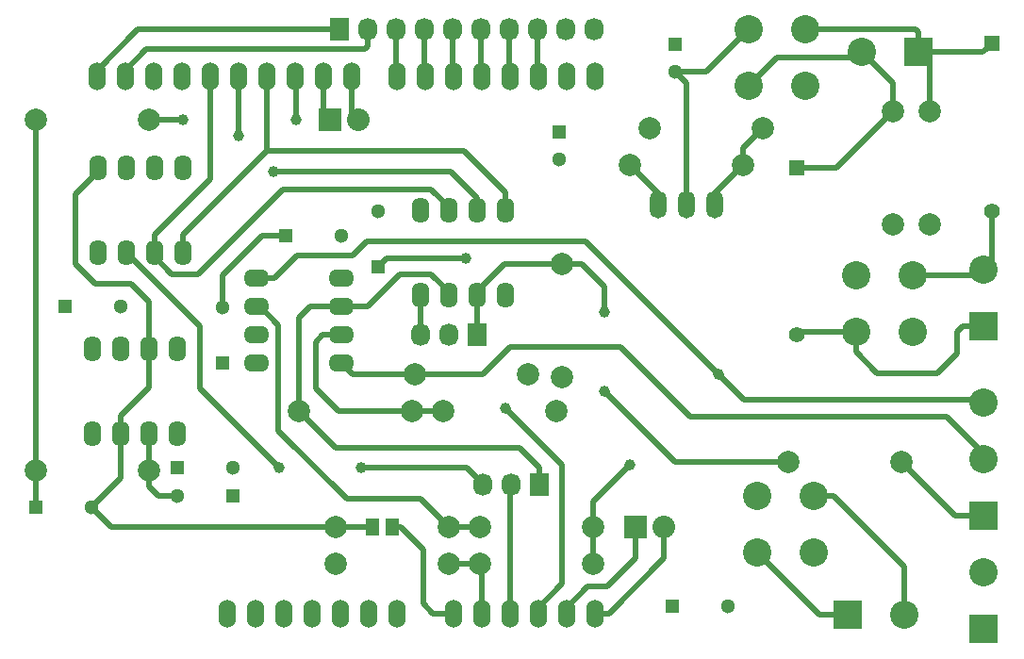
<source format=gbl>
G04 #@! TF.FileFunction,Copper,L2,Bot,Signal*
%FSLAX46Y46*%
G04 Gerber Fmt 4.6, Leading zero omitted, Abs format (unit mm)*
G04 Created by KiCad (PCBNEW 4.0.2+dfsg1-stable) date lun. 01 août 2016 20:38:27 CEST*
%MOMM*%
G01*
G04 APERTURE LIST*
%ADD10C,0.100000*%
%ADD11R,1.168400X1.600200*%
%ADD12O,1.524000X2.540000*%
%ADD13C,2.540000*%
%ADD14R,2.540000X2.540000*%
%ADD15C,1.998980*%
%ADD16R,1.300000X1.300000*%
%ADD17C,1.300000*%
%ADD18R,1.727200X2.032000*%
%ADD19O,1.727200X2.032000*%
%ADD20O,2.300000X1.600000*%
%ADD21O,1.600000X2.300000*%
%ADD22O,1.501140X2.499360*%
%ADD23R,1.400000X1.400000*%
%ADD24C,1.400000*%
%ADD25R,2.032000X2.032000*%
%ADD26O,2.032000X2.032000*%
%ADD27C,1.000000*%
%ADD28C,0.500000*%
G04 APERTURE END LIST*
D10*
D11*
X192024000Y-94742000D03*
X193802000Y-94742000D03*
D12*
X212001100Y-102463600D03*
X209461100Y-102463600D03*
X206921100Y-102463600D03*
X199301100Y-102463600D03*
X201841100Y-102463600D03*
X204381100Y-102463600D03*
X194221100Y-102463600D03*
X191681100Y-102463600D03*
X189141100Y-102463600D03*
X184061100Y-102463600D03*
X181521100Y-102463600D03*
X212001100Y-54203600D03*
X209461100Y-54203600D03*
X206921100Y-54203600D03*
X204381100Y-54203600D03*
X201841100Y-54203600D03*
X199301100Y-54203600D03*
X196761100Y-54203600D03*
X194221100Y-54203600D03*
X190157100Y-54203600D03*
X187617100Y-54203600D03*
X185077100Y-54203600D03*
X182537100Y-54203600D03*
X179997100Y-54203600D03*
X177457100Y-54203600D03*
X174917100Y-54203600D03*
X172377100Y-54203600D03*
X186601100Y-102463600D03*
X169837100Y-54203600D03*
X167297100Y-54203600D03*
X178981100Y-102463600D03*
D13*
X226568000Y-91948000D03*
X226568000Y-97028000D03*
X231648000Y-97028000D03*
X231648000Y-91948000D03*
X240554919Y-77199081D03*
X240554919Y-72119081D03*
X235474919Y-72119081D03*
X235474919Y-77199081D03*
X230886000Y-55118000D03*
X230886000Y-50038000D03*
X225806000Y-50038000D03*
X225806000Y-55118000D03*
D14*
X234696000Y-102616000D03*
D13*
X239776000Y-102616000D03*
D15*
X188722000Y-94742000D03*
X198882000Y-94742000D03*
D16*
X178562000Y-80010000D03*
D17*
X178562000Y-75010000D03*
D14*
X246888000Y-93726000D03*
D13*
X246888000Y-88646000D03*
X246888000Y-83566000D03*
D16*
X218948000Y-101854000D03*
D17*
X223948000Y-101854000D03*
D16*
X179498000Y-91948000D03*
D17*
X174498000Y-91948000D03*
D16*
X161798000Y-92964000D03*
D17*
X166798000Y-92964000D03*
X219202000Y-53848000D03*
D16*
X219202000Y-51348000D03*
D17*
X208788000Y-61722000D03*
D16*
X208788000Y-59222000D03*
X174498000Y-89408000D03*
D17*
X179498000Y-89408000D03*
D16*
X164418000Y-74930000D03*
D17*
X169418000Y-74930000D03*
D16*
X192532000Y-71374000D03*
D17*
X192532000Y-66374000D03*
D16*
X184230000Y-68580000D03*
D17*
X189230000Y-68580000D03*
D18*
X201422000Y-77470000D03*
D19*
X198882000Y-77470000D03*
X196342000Y-77470000D03*
D18*
X207010000Y-90932000D03*
D19*
X204470000Y-90932000D03*
X201930000Y-90932000D03*
D14*
X246888000Y-103886000D03*
D13*
X246888000Y-98806000D03*
D14*
X246888000Y-76708000D03*
D13*
X246888000Y-71628000D03*
D14*
X241046000Y-52070000D03*
D13*
X235966000Y-52070000D03*
D15*
X201676000Y-98044000D03*
X211836000Y-98044000D03*
X188722000Y-98044000D03*
X198882000Y-98044000D03*
X201676000Y-94742000D03*
X211836000Y-94742000D03*
X161798000Y-89662000D03*
X171958000Y-89662000D03*
X171958000Y-58166000D03*
X161798000Y-58166000D03*
X238760000Y-67564000D03*
X238760000Y-57404000D03*
X242062000Y-67564000D03*
X242062000Y-57404000D03*
X239522000Y-88900000D03*
X229362000Y-88900000D03*
X209042000Y-71120000D03*
X209042000Y-81280000D03*
X195834000Y-81026000D03*
X205994000Y-81026000D03*
X208534000Y-84328000D03*
X198374000Y-84328000D03*
X185420000Y-84328000D03*
X195580000Y-84328000D03*
X216916000Y-58928000D03*
X227076000Y-58928000D03*
X225298000Y-62230000D03*
X215138000Y-62230000D03*
D20*
X181610000Y-72390000D03*
X181610000Y-74930000D03*
X181610000Y-77470000D03*
X181610000Y-80010000D03*
X189230000Y-80010000D03*
X189230000Y-77470000D03*
X189230000Y-74930000D03*
X189230000Y-72390000D03*
D21*
X166878000Y-86360000D03*
X169418000Y-86360000D03*
X171958000Y-86360000D03*
X174498000Y-86360000D03*
X174498000Y-78740000D03*
X171958000Y-78740000D03*
X169418000Y-78740000D03*
X166878000Y-78740000D03*
X167386000Y-70104000D03*
X169926000Y-70104000D03*
X172466000Y-70104000D03*
X175006000Y-70104000D03*
X175006000Y-62484000D03*
X172466000Y-62484000D03*
X169926000Y-62484000D03*
X167386000Y-62484000D03*
D22*
X220218000Y-65786000D03*
X222758000Y-65786000D03*
X217678000Y-65786000D03*
D21*
X196342000Y-73914000D03*
X198882000Y-73914000D03*
X201422000Y-73914000D03*
X203962000Y-73914000D03*
X203962000Y-66294000D03*
X201422000Y-66294000D03*
X198882000Y-66294000D03*
X196342000Y-66294000D03*
D18*
X189103000Y-50038000D03*
D19*
X191643000Y-50038000D03*
X194183000Y-50038000D03*
X196723000Y-50038000D03*
X199263000Y-50038000D03*
X201803000Y-50038000D03*
X204343000Y-50038000D03*
X206883000Y-50038000D03*
X209423000Y-50038000D03*
X211963000Y-50038000D03*
D23*
X230124000Y-62470000D03*
D24*
X230124000Y-77470000D03*
D23*
X247650000Y-51308000D03*
D24*
X247650000Y-66308000D03*
D25*
X215646000Y-94742000D03*
D26*
X218186000Y-94742000D03*
D25*
X188214000Y-58166000D03*
D26*
X190754000Y-58166000D03*
D27*
X200406000Y-70612000D03*
X212852000Y-75438000D03*
X212852000Y-82550000D03*
X203962000Y-84074000D03*
X191008000Y-89408000D03*
X183642000Y-89408000D03*
X223158255Y-81026000D03*
X215138000Y-89154000D03*
X185166000Y-58166000D03*
X175006000Y-58166000D03*
X183169674Y-62787792D03*
X179992345Y-59610464D03*
D28*
X178562000Y-72136000D02*
X182118000Y-68580000D01*
X193294000Y-70612000D02*
X200406000Y-70612000D01*
X178562000Y-75010000D02*
X178562000Y-72136000D01*
X182118000Y-68580000D02*
X184230000Y-68580000D01*
X192532000Y-71374000D02*
X193294000Y-70612000D01*
X171958000Y-89662000D02*
X171958000Y-91075492D01*
X171958000Y-91075492D02*
X172830508Y-91948000D01*
X172830508Y-91948000D02*
X174498000Y-91948000D01*
X171958000Y-86360000D02*
X171958000Y-89662000D01*
X161798000Y-89662000D02*
X161798000Y-58166000D01*
X161798000Y-89662000D02*
X161798000Y-92964000D01*
X188722000Y-94742000D02*
X192024000Y-94742000D01*
X167386000Y-62484000D02*
X167386000Y-62834000D01*
X171958000Y-74484628D02*
X171958000Y-78740000D01*
X167386000Y-62834000D02*
X165354000Y-64866000D01*
X165354000Y-64866000D02*
X165354000Y-71120000D01*
X170371372Y-72898000D02*
X171958000Y-74484628D01*
X165354000Y-71120000D02*
X167132000Y-72898000D01*
X167132000Y-72898000D02*
X170371372Y-72898000D01*
X188722000Y-94742000D02*
X168576000Y-94742000D01*
X168576000Y-94742000D02*
X166798000Y-92964000D01*
X169418000Y-86360000D02*
X169418000Y-90344000D01*
X169418000Y-90344000D02*
X166798000Y-92964000D01*
X169418000Y-86360000D02*
X169418000Y-84710000D01*
X171958000Y-80390000D02*
X171958000Y-78740000D01*
X169418000Y-84710000D02*
X171958000Y-82170000D01*
X171958000Y-82170000D02*
X171958000Y-80390000D01*
X225806000Y-55118000D02*
X228346000Y-52578000D01*
X228346000Y-52578000D02*
X235458000Y-52578000D01*
X235458000Y-52578000D02*
X235966000Y-52070000D01*
X230124000Y-62470000D02*
X233694000Y-62470000D01*
X233694000Y-62470000D02*
X238760000Y-57404000D01*
X238760000Y-57404000D02*
X238760000Y-54864000D01*
X238760000Y-54864000D02*
X235966000Y-52070000D01*
X235474919Y-77199081D02*
X235474919Y-78995132D01*
X235474919Y-78995132D02*
X237384324Y-80904537D01*
X242799065Y-80904537D02*
X244574920Y-79128682D01*
X237384324Y-80904537D02*
X242799065Y-80904537D01*
X244574920Y-79128682D02*
X244574920Y-77211610D01*
X244574920Y-77211610D02*
X245078530Y-76708000D01*
X245078530Y-76708000D02*
X246888000Y-76708000D01*
X246634000Y-76962000D02*
X246634000Y-76708000D01*
X235458000Y-77216000D02*
X230378000Y-77216000D01*
X230378000Y-77216000D02*
X230124000Y-77470000D01*
X246272398Y-76708000D02*
X246634000Y-76708000D01*
X230886000Y-50038000D02*
X240784000Y-50038000D01*
X240784000Y-50038000D02*
X241046000Y-50300000D01*
X241046000Y-50300000D02*
X241046000Y-52070000D01*
X242062000Y-57404000D02*
X242062000Y-53086000D01*
X242062000Y-53086000D02*
X241046000Y-52070000D01*
X241046000Y-52070000D02*
X246874000Y-52070000D01*
X246874000Y-52070000D02*
X247142000Y-51802000D01*
X247650000Y-66308000D02*
X247650000Y-70866000D01*
X247650000Y-70866000D02*
X246888000Y-71628000D01*
X240554919Y-72119081D02*
X246396919Y-72119081D01*
X246396919Y-72119081D02*
X246888000Y-71628000D01*
X246126000Y-72136000D02*
X246634000Y-71628000D01*
X220218000Y-65786000D02*
X220218000Y-54864000D01*
X220218000Y-54864000D02*
X219202000Y-53848000D01*
X225806000Y-50038000D02*
X221996000Y-53848000D01*
X221996000Y-53848000D02*
X219202000Y-53848000D01*
X217678000Y-65786000D02*
X217678000Y-64770000D01*
X217678000Y-64770000D02*
X215138000Y-62230000D01*
X226568000Y-97028000D02*
X232156000Y-102616000D01*
X232156000Y-102616000D02*
X234696000Y-102616000D01*
X244350199Y-93728199D02*
X244352398Y-93726000D01*
X244352398Y-93726000D02*
X246888000Y-93726000D01*
X246888000Y-93218000D02*
X246377801Y-93728199D01*
X244350199Y-93728199D02*
X239522000Y-88900000D01*
X218694000Y-88392000D02*
X218440000Y-88138000D01*
X218440000Y-88138000D02*
X212852000Y-82550000D01*
X229362000Y-88900000D02*
X219202000Y-88900000D01*
X219202000Y-88900000D02*
X218440000Y-88138000D01*
X212852000Y-73152000D02*
X210820000Y-71120000D01*
X210820000Y-71120000D02*
X209042000Y-71120000D01*
X212852000Y-75438000D02*
X212852000Y-73152000D01*
X209042000Y-71120000D02*
X203866000Y-71120000D01*
X203866000Y-71120000D02*
X201422000Y-73564000D01*
X201422000Y-73564000D02*
X201422000Y-73914000D01*
X201422000Y-77470000D02*
X201422000Y-73914000D01*
X203962000Y-84074000D02*
X209042000Y-89154000D01*
X209042000Y-89154000D02*
X209042000Y-99834700D01*
X209042000Y-99834700D02*
X206921100Y-101955600D01*
X206921100Y-101955600D02*
X206921100Y-102463600D01*
X196342000Y-77470000D02*
X196342000Y-73914000D01*
X189230000Y-74930000D02*
X191626002Y-74930000D01*
X197331990Y-72013990D02*
X198882000Y-73564000D01*
X191626002Y-74930000D02*
X194542012Y-72013990D01*
X194542012Y-72013990D02*
X197331990Y-72013990D01*
X198882000Y-73564000D02*
X198882000Y-73914000D01*
X207010000Y-90932000D02*
X207010000Y-89408000D01*
X207010000Y-89408000D02*
X205232000Y-87630000D01*
X205232000Y-87630000D02*
X188722000Y-87630000D01*
X188722000Y-87630000D02*
X185420000Y-84328000D01*
X185420000Y-75946000D02*
X186436000Y-74930000D01*
X186436000Y-74930000D02*
X189230000Y-74930000D01*
X185420000Y-84328000D02*
X185420000Y-75946000D01*
X204381100Y-102463600D02*
X204381100Y-91020900D01*
X204381100Y-91020900D02*
X204470000Y-90932000D01*
X204216000Y-102298500D02*
X204381100Y-102463600D01*
X191008000Y-89408000D02*
X200558400Y-89408000D01*
X200558400Y-89408000D02*
X201930000Y-90779600D01*
X201930000Y-90779600D02*
X201930000Y-90932000D01*
X176530000Y-82296000D02*
X183642000Y-89408000D01*
X176530000Y-76710045D02*
X176530000Y-82296000D01*
X169926000Y-70104000D02*
X169926000Y-70106045D01*
X169926000Y-70106045D02*
X176530000Y-76710045D01*
X195834000Y-81026000D02*
X201930000Y-81026000D01*
X201930000Y-81026000D02*
X204448133Y-78507867D01*
X204448133Y-78507867D02*
X214285496Y-78507867D01*
X246888000Y-88138000D02*
X246888000Y-88646000D01*
X214285496Y-78507867D02*
X220613629Y-84836000D01*
X220613629Y-84836000D02*
X243586000Y-84836000D01*
X243586000Y-84836000D02*
X246888000Y-88138000D01*
X195834000Y-81026000D02*
X190246000Y-81026000D01*
X190246000Y-81026000D02*
X189230000Y-80010000D01*
X245110000Y-83312000D02*
X246634000Y-83312000D01*
X246634000Y-83312000D02*
X246888000Y-83566000D01*
X240030000Y-83312000D02*
X245110000Y-83312000D01*
X225444255Y-83312000D02*
X240030000Y-83312000D01*
X223158255Y-81026000D02*
X225444255Y-83312000D01*
X211220255Y-69088000D02*
X223158255Y-81026000D01*
X181610000Y-72390000D02*
X183260000Y-72390000D01*
X190246000Y-70358000D02*
X191516000Y-69088000D01*
X183260000Y-72390000D02*
X185292000Y-70358000D01*
X185292000Y-70358000D02*
X190246000Y-70358000D01*
X191516000Y-69088000D02*
X211220255Y-69088000D01*
X246634000Y-83312000D02*
X246888000Y-83058000D01*
X246888000Y-83058000D02*
X246325215Y-83620785D01*
X211836000Y-92864984D02*
X211836000Y-92456000D01*
X211836000Y-92456000D02*
X215138000Y-89154000D01*
X211836000Y-94742000D02*
X211836000Y-92864984D01*
X211836000Y-98044000D02*
X211836000Y-94742000D01*
X201841100Y-102463600D02*
X201841100Y-98209100D01*
X201841100Y-98209100D02*
X201676000Y-98044000D01*
X198882000Y-98044000D02*
X201676000Y-98044000D01*
X198882000Y-94742000D02*
X196342000Y-92202000D01*
X196342000Y-92202000D02*
X189728020Y-92202000D01*
X189728020Y-92202000D02*
X183601279Y-86075259D01*
X183601279Y-86075259D02*
X183601279Y-76571279D01*
X183601279Y-76571279D02*
X181960000Y-74930000D01*
X181960000Y-74930000D02*
X181610000Y-74930000D01*
X198882000Y-94742000D02*
X201676000Y-94742000D01*
X185166000Y-58166000D02*
X185166000Y-54292500D01*
X185166000Y-54292500D02*
X185077100Y-54203600D01*
X171958000Y-58166000D02*
X175006000Y-58166000D01*
X185077100Y-54203600D02*
X185077100Y-54097295D01*
X195580000Y-84328000D02*
X198374000Y-84328000D01*
X186944000Y-82296000D02*
X188976000Y-84328000D01*
X188976000Y-84328000D02*
X195580000Y-84328000D01*
X186944000Y-78106000D02*
X186944000Y-82296000D01*
X189230000Y-77470000D02*
X187580000Y-77470000D01*
X187580000Y-77470000D02*
X186944000Y-78106000D01*
X225298000Y-62230000D02*
X225298000Y-60706000D01*
X225298000Y-60706000D02*
X227076000Y-58928000D01*
X222758000Y-65786000D02*
X222758000Y-64770000D01*
X222758000Y-64770000D02*
X225298000Y-62230000D01*
X201803000Y-50038000D02*
X201803000Y-54165500D01*
X201803000Y-54165500D02*
X201841100Y-54203600D01*
X199263000Y-50038000D02*
X199263000Y-54165500D01*
X199263000Y-54165500D02*
X199301100Y-54203600D01*
X196723000Y-50038000D02*
X196723000Y-54165500D01*
X196723000Y-54165500D02*
X196761100Y-54203600D01*
X175006000Y-70104000D02*
X175006000Y-68454000D01*
X175006000Y-68454000D02*
X182537100Y-60922900D01*
X203962000Y-66294000D02*
X203962000Y-64644000D01*
X203962000Y-64644000D02*
X200240900Y-60922900D01*
X200240900Y-60922900D02*
X182537100Y-60922900D01*
X182537100Y-60922900D02*
X182537100Y-55973600D01*
X182537100Y-55973600D02*
X182537100Y-54203600D01*
X201422000Y-66294000D02*
X201422000Y-65167828D01*
X201422000Y-65167828D02*
X199041964Y-62787792D01*
X199041964Y-62787792D02*
X183876780Y-62787792D01*
X183876780Y-62787792D02*
X183169674Y-62787792D01*
X179997100Y-59605709D02*
X179992345Y-59610464D01*
X179997100Y-54203600D02*
X179997100Y-59605709D01*
X198882000Y-66294000D02*
X198882000Y-65944000D01*
X198882000Y-65944000D02*
X197331990Y-64393990D01*
X197331990Y-64393990D02*
X184018010Y-64393990D01*
X184018010Y-64393990D02*
X176407990Y-72004010D01*
X172466000Y-70454000D02*
X172466000Y-70104000D01*
X176407990Y-72004010D02*
X174016010Y-72004010D01*
X174016010Y-72004010D02*
X172466000Y-70454000D01*
X172466000Y-70104000D02*
X172466000Y-68454000D01*
X172466000Y-68454000D02*
X177457100Y-63462900D01*
X177457100Y-63462900D02*
X177457100Y-55973600D01*
X177457100Y-55973600D02*
X177457100Y-54203600D01*
X167297100Y-54203600D02*
X167297100Y-53695600D01*
X167297100Y-53695600D02*
X170954700Y-50038000D01*
X170954700Y-50038000D02*
X187739400Y-50038000D01*
X187739400Y-50038000D02*
X189103000Y-50038000D01*
X169837100Y-54203600D02*
X169837100Y-53695600D01*
X169837100Y-53695600D02*
X171716700Y-51816000D01*
X171716700Y-51816000D02*
X191381000Y-51816000D01*
X191381000Y-51816000D02*
X191643000Y-51554000D01*
X191643000Y-51554000D02*
X191643000Y-50038000D01*
X194183000Y-50038000D02*
X194183000Y-54165500D01*
X194183000Y-54165500D02*
X194221100Y-54203600D01*
X204343000Y-50038000D02*
X204343000Y-54165500D01*
X204343000Y-54165500D02*
X204381100Y-54203600D01*
X206883000Y-50038000D02*
X206883000Y-54165500D01*
X206883000Y-54165500D02*
X206921100Y-54203600D01*
X231648000Y-91948000D02*
X233444051Y-91948000D01*
X233444051Y-91948000D02*
X239776000Y-98279949D01*
X239776000Y-98279949D02*
X239776000Y-100819949D01*
X239776000Y-100819949D02*
X239776000Y-102616000D01*
X194632200Y-94742000D02*
X193802000Y-94742000D01*
X194632200Y-94742000D02*
X196596000Y-96705800D01*
X196596000Y-96705800D02*
X196596000Y-101600000D01*
X196596000Y-101600000D02*
X197459600Y-102463600D01*
X197459600Y-102463600D02*
X199301100Y-102463600D01*
X209461100Y-102463600D02*
X209461100Y-101955600D01*
X209461100Y-101955600D02*
X211340700Y-100076000D01*
X211340700Y-100076000D02*
X213106000Y-100076000D01*
X213106000Y-100076000D02*
X215646000Y-97536000D01*
X215646000Y-97536000D02*
X215646000Y-94742000D01*
X212001100Y-102463600D02*
X213263100Y-102463600D01*
X213263100Y-102463600D02*
X218186000Y-97540700D01*
X218186000Y-97540700D02*
X218186000Y-96178840D01*
X218186000Y-96178840D02*
X218186000Y-94742000D01*
X187617100Y-54203600D02*
X187617100Y-57569100D01*
X187617100Y-57569100D02*
X188214000Y-58166000D01*
X190157100Y-54203600D02*
X190157100Y-57569100D01*
X190157100Y-57569100D02*
X190754000Y-58166000D01*
M02*

</source>
